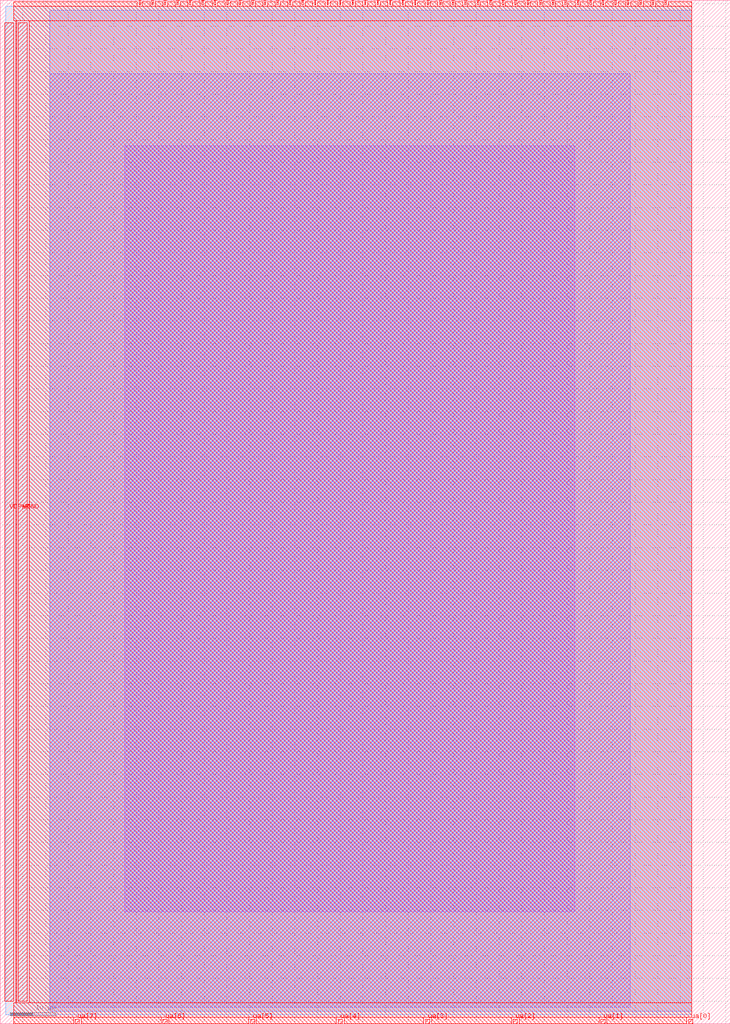
<source format=lef>
VERSION 5.7 ;
  NOWIREEXTENSIONATPIN ON ;
  DIVIDERCHAR "/" ;
  BUSBITCHARS "[]" ;
MACRO tt_um_acidonitroso_programmable_threshold_voltage_sensor
  CLASS BLOCK ;
  FOREIGN tt_um_acidonitroso_programmable_threshold_voltage_sensor ;
  ORIGIN 0.000 0.000 ;
  SIZE 161.000 BY 225.760 ;
  PIN clk
    DIRECTION INPUT ;
    USE SIGNAL ;
    PORT
      LAYER met4 ;
        RECT 143.830 224.760 144.130 225.760 ;
    END
  END clk
  PIN ena
    DIRECTION INPUT ;
    USE SIGNAL ;
    PORT
      LAYER met4 ;
        RECT 146.590 224.760 146.890 225.760 ;
    END
  END ena
  PIN rst_n
    DIRECTION INPUT ;
    USE SIGNAL ;
    PORT
      LAYER met4 ;
        RECT 141.070 224.760 141.370 225.760 ;
    END
  END rst_n
  PIN ua[0]
    DIRECTION INOUT ;
    USE SIGNAL ;
    ANTENNAGATEAREA 1.700000 ;
    PORT
      LAYER met4 ;
        RECT 151.810 0.000 152.710 1.000 ;
    END
  END ua[0]
  PIN ua[1]
    DIRECTION INOUT ;
    USE SIGNAL ;
    ANTENNADIFFAREA 0.910000 ;
    PORT
      LAYER met4 ;
        RECT 132.490 0.000 133.390 1.000 ;
    END
  END ua[1]
  PIN ua[2]
    DIRECTION INOUT ;
    USE SIGNAL ;
    ANTENNADIFFAREA 0.580000 ;
    PORT
      LAYER met4 ;
        RECT 113.170 0.000 114.070 1.000 ;
    END
  END ua[2]
  PIN ua[3]
    DIRECTION INOUT ;
    USE SIGNAL ;
    PORT
      LAYER met4 ;
        RECT 93.850 0.000 94.750 1.000 ;
    END
  END ua[3]
  PIN ua[4]
    DIRECTION INOUT ;
    USE SIGNAL ;
    PORT
      LAYER met4 ;
        RECT 74.530 0.000 75.430 1.000 ;
    END
  END ua[4]
  PIN ua[5]
    DIRECTION INOUT ;
    USE SIGNAL ;
    PORT
      LAYER met4 ;
        RECT 55.210 0.000 56.110 1.000 ;
    END
  END ua[5]
  PIN ua[6]
    DIRECTION INOUT ;
    USE SIGNAL ;
    PORT
      LAYER met4 ;
        RECT 35.890 0.000 36.790 1.000 ;
    END
  END ua[6]
  PIN ua[7]
    DIRECTION INOUT ;
    USE SIGNAL ;
    PORT
      LAYER met4 ;
        RECT 16.570 0.000 17.470 1.000 ;
    END
  END ua[7]
  PIN ui_in[0]
    DIRECTION INPUT ;
    USE SIGNAL ;
    ANTENNAGATEAREA 0.196500 ;
    PORT
      LAYER met4 ;
        RECT 138.310 224.760 138.610 225.760 ;
    END
  END ui_in[0]
  PIN ui_in[1]
    DIRECTION INPUT ;
    USE SIGNAL ;
    ANTENNAGATEAREA 0.196500 ;
    PORT
      LAYER met4 ;
        RECT 135.550 224.760 135.850 225.760 ;
    END
  END ui_in[1]
  PIN ui_in[2]
    DIRECTION INPUT ;
    USE SIGNAL ;
    ANTENNAGATEAREA 0.196500 ;
    PORT
      LAYER met4 ;
        RECT 132.790 224.760 133.090 225.760 ;
    END
  END ui_in[2]
  PIN ui_in[3]
    DIRECTION INPUT ;
    USE SIGNAL ;
    PORT
      LAYER met4 ;
        RECT 130.030 224.760 130.330 225.760 ;
    END
  END ui_in[3]
  PIN ui_in[4]
    DIRECTION INPUT ;
    USE SIGNAL ;
    PORT
      LAYER met4 ;
        RECT 127.270 224.760 127.570 225.760 ;
    END
  END ui_in[4]
  PIN ui_in[5]
    DIRECTION INPUT ;
    USE SIGNAL ;
    PORT
      LAYER met4 ;
        RECT 124.510 224.760 124.810 225.760 ;
    END
  END ui_in[5]
  PIN ui_in[6]
    DIRECTION INPUT ;
    USE SIGNAL ;
    PORT
      LAYER met4 ;
        RECT 121.750 224.760 122.050 225.760 ;
    END
  END ui_in[6]
  PIN ui_in[7]
    DIRECTION INPUT ;
    USE SIGNAL ;
    PORT
      LAYER met4 ;
        RECT 118.990 224.760 119.290 225.760 ;
    END
  END ui_in[7]
  PIN uio_in[0]
    DIRECTION INPUT ;
    USE SIGNAL ;
    PORT
      LAYER met4 ;
        RECT 116.230 224.760 116.530 225.760 ;
    END
  END uio_in[0]
  PIN uio_in[1]
    DIRECTION INPUT ;
    USE SIGNAL ;
    PORT
      LAYER met4 ;
        RECT 113.470 224.760 113.770 225.760 ;
    END
  END uio_in[1]
  PIN uio_in[2]
    DIRECTION INPUT ;
    USE SIGNAL ;
    PORT
      LAYER met4 ;
        RECT 110.710 224.760 111.010 225.760 ;
    END
  END uio_in[2]
  PIN uio_in[3]
    DIRECTION INPUT ;
    USE SIGNAL ;
    PORT
      LAYER met4 ;
        RECT 107.950 224.760 108.250 225.760 ;
    END
  END uio_in[3]
  PIN uio_in[4]
    DIRECTION INPUT ;
    USE SIGNAL ;
    PORT
      LAYER met4 ;
        RECT 105.190 224.760 105.490 225.760 ;
    END
  END uio_in[4]
  PIN uio_in[5]
    DIRECTION INPUT ;
    USE SIGNAL ;
    PORT
      LAYER met4 ;
        RECT 102.430 224.760 102.730 225.760 ;
    END
  END uio_in[5]
  PIN uio_in[6]
    DIRECTION INPUT ;
    USE SIGNAL ;
    PORT
      LAYER met4 ;
        RECT 99.670 224.760 99.970 225.760 ;
    END
  END uio_in[6]
  PIN uio_in[7]
    DIRECTION INPUT ;
    USE SIGNAL ;
    PORT
      LAYER met4 ;
        RECT 96.910 224.760 97.210 225.760 ;
    END
  END uio_in[7]
  PIN uio_oe[0]
    DIRECTION OUTPUT ;
    USE SIGNAL ;
    ANTENNAGATEAREA 108.097496 ;
    ANTENNADIFFAREA 199.474091 ;
    PORT
      LAYER met4 ;
        RECT 49.990 224.760 50.290 225.760 ;
    END
  END uio_oe[0]
  PIN uio_oe[1]
    DIRECTION OUTPUT ;
    USE SIGNAL ;
    ANTENNAGATEAREA 108.097496 ;
    ANTENNADIFFAREA 199.474091 ;
    PORT
      LAYER met4 ;
        RECT 47.230 224.760 47.530 225.760 ;
    END
  END uio_oe[1]
  PIN uio_oe[2]
    DIRECTION OUTPUT ;
    USE SIGNAL ;
    ANTENNAGATEAREA 108.097496 ;
    ANTENNADIFFAREA 199.474091 ;
    PORT
      LAYER met4 ;
        RECT 44.470 224.760 44.770 225.760 ;
    END
  END uio_oe[2]
  PIN uio_oe[3]
    DIRECTION OUTPUT ;
    USE SIGNAL ;
    ANTENNAGATEAREA 108.097496 ;
    ANTENNADIFFAREA 199.474091 ;
    PORT
      LAYER met4 ;
        RECT 41.710 224.760 42.010 225.760 ;
    END
  END uio_oe[3]
  PIN uio_oe[4]
    DIRECTION OUTPUT ;
    USE SIGNAL ;
    ANTENNAGATEAREA 108.097496 ;
    ANTENNADIFFAREA 199.474091 ;
    PORT
      LAYER met4 ;
        RECT 38.950 224.760 39.250 225.760 ;
    END
  END uio_oe[4]
  PIN uio_oe[5]
    DIRECTION OUTPUT ;
    USE SIGNAL ;
    ANTENNAGATEAREA 108.097496 ;
    ANTENNADIFFAREA 199.474091 ;
    PORT
      LAYER met4 ;
        RECT 36.190 224.760 36.490 225.760 ;
    END
  END uio_oe[5]
  PIN uio_oe[6]
    DIRECTION OUTPUT ;
    USE SIGNAL ;
    ANTENNAGATEAREA 108.097496 ;
    ANTENNADIFFAREA 199.474091 ;
    PORT
      LAYER met4 ;
        RECT 33.430 224.760 33.730 225.760 ;
    END
  END uio_oe[6]
  PIN uio_oe[7]
    DIRECTION OUTPUT ;
    USE SIGNAL ;
    ANTENNAGATEAREA 108.097496 ;
    ANTENNADIFFAREA 199.474091 ;
    PORT
      LAYER met4 ;
        RECT 30.670 224.760 30.970 225.760 ;
    END
  END uio_oe[7]
  PIN uio_out[0]
    DIRECTION OUTPUT ;
    USE SIGNAL ;
    ANTENNAGATEAREA 108.097496 ;
    ANTENNADIFFAREA 199.474091 ;
    PORT
      LAYER met4 ;
        RECT 72.070 224.760 72.370 225.760 ;
    END
  END uio_out[0]
  PIN uio_out[1]
    DIRECTION OUTPUT ;
    USE SIGNAL ;
    ANTENNAGATEAREA 108.097496 ;
    ANTENNADIFFAREA 199.474091 ;
    PORT
      LAYER met4 ;
        RECT 69.310 224.760 69.610 225.760 ;
    END
  END uio_out[1]
  PIN uio_out[2]
    DIRECTION OUTPUT ;
    USE SIGNAL ;
    ANTENNAGATEAREA 108.097496 ;
    ANTENNADIFFAREA 199.474091 ;
    PORT
      LAYER met4 ;
        RECT 66.550 224.760 66.850 225.760 ;
    END
  END uio_out[2]
  PIN uio_out[3]
    DIRECTION OUTPUT ;
    USE SIGNAL ;
    ANTENNAGATEAREA 108.097496 ;
    ANTENNADIFFAREA 199.474091 ;
    PORT
      LAYER met4 ;
        RECT 63.790 224.760 64.090 225.760 ;
    END
  END uio_out[3]
  PIN uio_out[4]
    DIRECTION OUTPUT ;
    USE SIGNAL ;
    ANTENNAGATEAREA 108.097496 ;
    ANTENNADIFFAREA 199.474091 ;
    PORT
      LAYER met4 ;
        RECT 61.030 224.760 61.330 225.760 ;
    END
  END uio_out[4]
  PIN uio_out[5]
    DIRECTION OUTPUT ;
    USE SIGNAL ;
    ANTENNAGATEAREA 108.097496 ;
    ANTENNADIFFAREA 199.474091 ;
    PORT
      LAYER met4 ;
        RECT 58.270 224.760 58.570 225.760 ;
    END
  END uio_out[5]
  PIN uio_out[6]
    DIRECTION OUTPUT ;
    USE SIGNAL ;
    ANTENNAGATEAREA 108.097496 ;
    ANTENNADIFFAREA 199.474091 ;
    PORT
      LAYER met4 ;
        RECT 55.510 224.760 55.810 225.760 ;
    END
  END uio_out[6]
  PIN uio_out[7]
    DIRECTION OUTPUT ;
    USE SIGNAL ;
    ANTENNAGATEAREA 108.097496 ;
    ANTENNADIFFAREA 199.474091 ;
    PORT
      LAYER met4 ;
        RECT 52.750 224.760 53.050 225.760 ;
    END
  END uio_out[7]
  PIN uo_out[0]
    DIRECTION OUTPUT ;
    USE SIGNAL ;
    ANTENNAGATEAREA 108.097496 ;
    ANTENNADIFFAREA 199.474091 ;
    PORT
      LAYER met4 ;
        RECT 94.150 224.760 94.450 225.760 ;
    END
  END uo_out[0]
  PIN uo_out[1]
    DIRECTION OUTPUT ;
    USE SIGNAL ;
    ANTENNAGATEAREA 108.097496 ;
    ANTENNADIFFAREA 199.474091 ;
    PORT
      LAYER met4 ;
        RECT 91.390 224.760 91.690 225.760 ;
    END
  END uo_out[1]
  PIN uo_out[2]
    DIRECTION OUTPUT ;
    USE SIGNAL ;
    ANTENNAGATEAREA 108.097496 ;
    ANTENNADIFFAREA 199.474091 ;
    PORT
      LAYER met4 ;
        RECT 88.630 224.760 88.930 225.760 ;
    END
  END uo_out[2]
  PIN uo_out[3]
    DIRECTION OUTPUT ;
    USE SIGNAL ;
    ANTENNAGATEAREA 108.097496 ;
    ANTENNADIFFAREA 199.474091 ;
    PORT
      LAYER met4 ;
        RECT 85.870 224.760 86.170 225.760 ;
    END
  END uo_out[3]
  PIN uo_out[4]
    DIRECTION OUTPUT ;
    USE SIGNAL ;
    ANTENNAGATEAREA 108.097496 ;
    ANTENNADIFFAREA 199.474091 ;
    PORT
      LAYER met4 ;
        RECT 83.110 224.760 83.410 225.760 ;
    END
  END uo_out[4]
  PIN uo_out[5]
    DIRECTION OUTPUT ;
    USE SIGNAL ;
    ANTENNAGATEAREA 108.097496 ;
    ANTENNADIFFAREA 199.474091 ;
    PORT
      LAYER met4 ;
        RECT 80.350 224.760 80.650 225.760 ;
    END
  END uo_out[5]
  PIN uo_out[6]
    DIRECTION OUTPUT ;
    USE SIGNAL ;
    ANTENNAGATEAREA 108.097496 ;
    ANTENNADIFFAREA 199.474091 ;
    PORT
      LAYER met4 ;
        RECT 77.590 224.760 77.890 225.760 ;
    END
  END uo_out[6]
  PIN uo_out[7]
    DIRECTION OUTPUT ;
    USE SIGNAL ;
    ANTENNAGATEAREA 108.097496 ;
    ANTENNADIFFAREA 199.474091 ;
    PORT
      LAYER met4 ;
        RECT 74.830 224.760 75.130 225.760 ;
    END
  END uo_out[7]
  PIN VDPWR
    DIRECTION INOUT ;
    USE POWER ;
    PORT
      LAYER met4 ;
        RECT 1.000 5.000 3.000 220.760 ;
    END
  END VDPWR
  PIN VGND
    DIRECTION INOUT ;
    USE GROUND ;
    PORT
      LAYER met4 ;
        RECT 4.000 5.000 6.000 220.760 ;
    END
  END VGND
  OBS
      LAYER li1 ;
        RECT 27.440 24.750 126.700 193.630 ;
      LAYER met1 ;
        RECT 10.900 3.625 138.940 209.540 ;
      LAYER met2 ;
        RECT 10.870 2.790 152.475 223.565 ;
      LAYER met3 ;
        RECT 1.170 1.965 152.500 224.360 ;
      LAYER met4 ;
        RECT 3.000 224.360 30.270 225.390 ;
        RECT 31.370 224.360 33.030 225.390 ;
        RECT 34.130 224.360 35.790 225.390 ;
        RECT 36.890 224.360 38.550 225.390 ;
        RECT 39.650 224.360 41.310 225.390 ;
        RECT 42.410 224.360 44.070 225.390 ;
        RECT 45.170 224.360 46.830 225.390 ;
        RECT 47.930 224.360 49.590 225.390 ;
        RECT 50.690 224.360 52.350 225.390 ;
        RECT 53.450 224.360 55.110 225.390 ;
        RECT 56.210 224.360 57.870 225.390 ;
        RECT 58.970 224.360 60.630 225.390 ;
        RECT 61.730 224.360 63.390 225.390 ;
        RECT 64.490 224.360 66.150 225.390 ;
        RECT 67.250 224.360 68.910 225.390 ;
        RECT 70.010 224.360 71.670 225.390 ;
        RECT 72.770 224.360 74.430 225.390 ;
        RECT 75.530 224.360 77.190 225.390 ;
        RECT 78.290 224.360 79.950 225.390 ;
        RECT 81.050 224.360 82.710 225.390 ;
        RECT 83.810 224.360 85.470 225.390 ;
        RECT 86.570 224.360 88.230 225.390 ;
        RECT 89.330 224.360 90.990 225.390 ;
        RECT 92.090 224.360 93.750 225.390 ;
        RECT 94.850 224.360 96.510 225.390 ;
        RECT 97.610 224.360 99.270 225.390 ;
        RECT 100.370 224.360 102.030 225.390 ;
        RECT 103.130 224.360 104.790 225.390 ;
        RECT 105.890 224.360 107.550 225.390 ;
        RECT 108.650 224.360 110.310 225.390 ;
        RECT 111.410 224.360 113.070 225.390 ;
        RECT 114.170 224.360 115.830 225.390 ;
        RECT 116.930 224.360 118.590 225.390 ;
        RECT 119.690 224.360 121.350 225.390 ;
        RECT 122.450 224.360 124.110 225.390 ;
        RECT 125.210 224.360 126.870 225.390 ;
        RECT 127.970 224.360 129.630 225.390 ;
        RECT 130.730 224.360 132.390 225.390 ;
        RECT 133.490 224.360 135.150 225.390 ;
        RECT 136.250 224.360 137.910 225.390 ;
        RECT 139.010 224.360 140.670 225.390 ;
        RECT 141.770 224.360 143.430 225.390 ;
        RECT 144.530 224.360 146.190 225.390 ;
        RECT 147.290 224.360 152.480 225.390 ;
        RECT 3.000 221.160 152.480 224.360 ;
        RECT 3.400 4.600 3.600 221.160 ;
        RECT 6.400 4.600 152.480 221.160 ;
        RECT 3.000 1.400 152.480 4.600 ;
        RECT 3.000 0.000 16.170 1.400 ;
        RECT 17.870 0.000 35.490 1.400 ;
        RECT 37.190 0.000 54.810 1.400 ;
        RECT 56.510 0.000 74.130 1.400 ;
        RECT 75.830 0.000 93.450 1.400 ;
        RECT 95.150 0.000 112.770 1.400 ;
        RECT 114.470 0.000 132.090 1.400 ;
        RECT 133.790 0.000 151.410 1.400 ;
  END
END tt_um_acidonitroso_programmable_threshold_voltage_sensor
END LIBRARY


</source>
